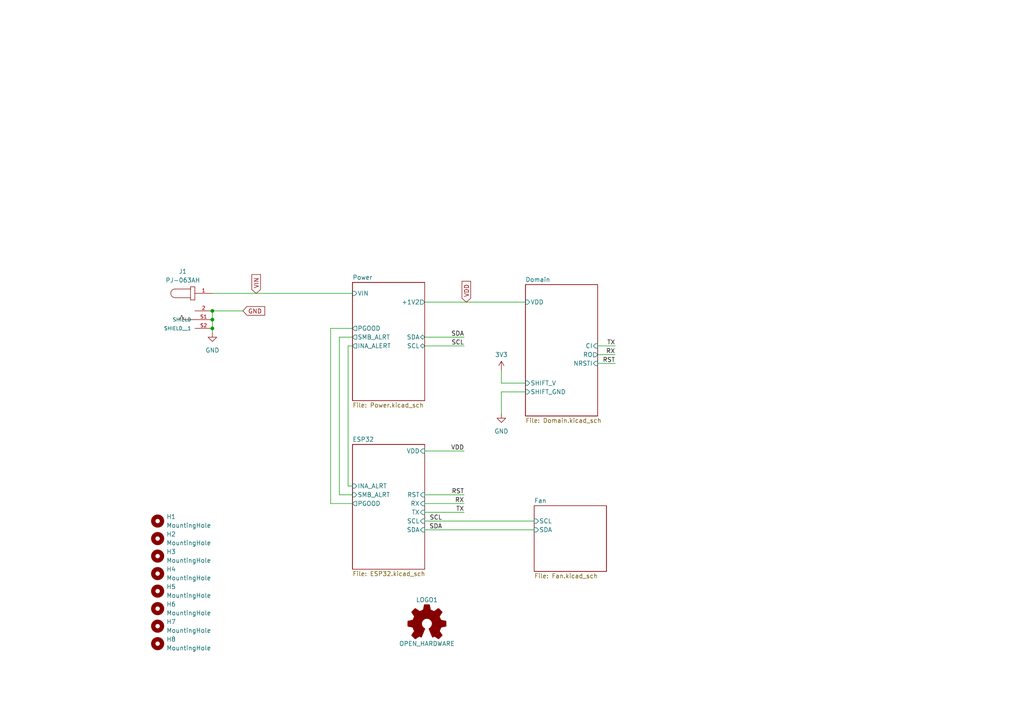
<source format=kicad_sch>
(kicad_sch (version 20231120) (generator "eeschema") (generator_version "8.0")
  (paper "A4")
  (title_block (title "BitForgeNano") (date "2024-06-21") (rev "1.0") (comment 1 "Licensed under CERN-OHL-W version 2"))
  (lib_symbols
    (symbol "+3V3_1" (power) (pin_numbers hide) (pin_names (offset 0) hide)
      (property "Value" "+3V3" (at 0 3.556 0))
      (symbol "+3V3_1_0_1"
        (polyline (pts (xy -0.762 1.27) (xy 0 2.54)))
        (polyline (pts (xy 0 0) (xy 0 2.54)))
        (polyline (pts (xy 0 2.54) (xy 0.762 1.27)))
      )
      (symbol "+3V3_1_1_1"
        (pin power_in line (at 0 0 90) (length 0) (name "~") (number "1"))
      )
    )
    (symbol "BitForgeNano:GND" (power) (pin_names (offset 0))
      (property "Value" "GND" (at 0 -3.81 0))
      (symbol "GND_0_1"
        (polyline (pts (xy 0 0) (xy 0 -1.27) (xy 1.27 -1.27) (xy 0 -2.54) (xy -1.27 -1.27) (xy 0 -1.27)))
      )
      (symbol "GND_1_1"
        (pin power_in line (at 0 0 270) (length 0) hide (name "GND") (number "1"))
      )
    )
    (symbol "BitForgeNano:Logo_Open_Hardware_Small" (in_bom no) (on_board no)
      (symbol "Logo_Open_Hardware_Small_0_1"
        (polyline (pts (xy 3.3528 -4.3434) (xy 3.302 -4.318) (xy 3.175 -4.2418) (xy 2.9972 -4.1148) (xy 2.7686 -3.9624) (xy 2.54 -3.81) (xy 2.3622 -3.7084) (xy 2.2352 -3.6068) (xy 2.1844 -3.5814) (xy 2.159 -3.6068) (xy 2.0574 -3.6576) (xy 1.905 -3.7338) (xy 1.8034 -3.7846) (xy 1.6764 -3.8354) (xy 1.6002 -3.8354) (xy 1.6002 -3.8354) (xy 1.5494 -3.7338) (xy 1.4732 -3.5306) (xy 1.3462 -3.302) (xy 1.2446 -3.0226) (xy 1.1176 -2.7178) (xy 0.9652 -2.413) (xy 0.8636 -2.1082) (xy 0.7366 -1.8288) (xy 0.6604 -1.6256) (xy 0.6096 -1.4732) (xy 0.5842 -1.397) (xy 0.5842 -1.397) (xy 0.6604 -1.3208) (xy 0.7874 -1.2446) (xy 1.0414 -1.016) (xy 1.2954 -0.6858) (xy 1.4478 -0.3302) (xy 1.524 0.0762) (xy 1.4732 0.4572) (xy 1.3208 0.8128) (xy 1.0668 1.143) (xy 0.762 1.3716) (xy 0.4064 1.524) (xy 0 1.5748) (xy -0.381 1.5494) (xy -0.7366 1.397) (xy -1.0668 1.143) (xy -1.2192 0.9906) (xy -1.397 0.6604) (xy -1.524 0.3048) (xy -1.524 0.2286) (xy -1.4986 -0.1778) (xy -1.397 -0.5334) (xy -1.1938 -0.8636) (xy -0.9144 -1.143) (xy -0.8636 -1.1684) (xy -0.7366 -1.27) (xy -0.635 -1.3462) (xy -0.5842 -1.397) (xy -1.0668 -2.5908) (xy -1.143 -2.794) (xy -1.2954 -3.1242) (xy -1.397 -3.4036) (xy -1.4986 -3.6322) (xy -1.5748 -3.7846) (xy -1.6002 -3.8354) (xy -1.6002 -3.8354) (xy -1.651 -3.8354) (xy -1.7272 -3.81) (xy -1.905 -3.7338) (xy -2.0066 -3.683) (xy -2.1336 -3.6068) (xy -2.2098 -3.5814) (xy -2.2606 -3.6068) (xy -2.3622 -3.683) (xy -2.54 -3.81) (xy -2.7686 -3.9624) (xy -2.9718 -4.0894) (xy -3.1496 -4.2164) (xy -3.302 -4.318) (xy -3.3528 -4.3434) (xy -3.3782 -4.3434) (xy -3.429 -4.318) (xy -3.5306 -4.2164) (xy -3.7084 -4.064) (xy -3.937 -3.8354) (xy -3.9624 -3.81) (xy -4.1656 -3.6068) (xy -4.318 -3.4544) (xy -4.4196 -3.3274) (xy -4.445 -3.2766) (xy -4.445 -3.2766) (xy -4.4196 -3.2258) (xy -4.318 -3.0734) (xy -4.2164 -2.8956) (xy -4.064 -2.667) (xy -3.6576 -2.0828) (xy -3.8862 -1.5494) (xy -3.937 -1.3716) (xy -4.0386 -1.1684) (xy -4.0894 -1.0414) (xy -4.1148 -0.9652) (xy -4.191 -0.9398) (xy -4.318 -0.9144) (xy -4.5466 -0.8636) (xy -4.8006 -0.8128) (xy -5.0546 -0.7874) (xy -5.2578 -0.7366) (xy -5.4356 -0.7112) (xy -5.5118 -0.6858) (xy -5.5118 -0.6858) (xy -5.5372 -0.635) (xy -5.5372 -0.5588) (xy -5.5372 -0.4318) (xy -5.5626 -0.2286) (xy -5.5626 0.0762) (xy -5.5626 0.127) (xy -5.5372 0.4064) (xy -5.5372 0.635) (xy -5.5372 0.762) (xy -5.5372 0.8382) (xy -5.5372 0.8382) (xy -5.461 0.8382) (xy -5.3086 0.889) (xy -5.08 0.9144) (xy -4.826 0.9652) (xy -4.8006 0.9906) (xy -4.5466 1.0414) (xy -4.318 1.0668) (xy -4.1656 1.1176) (xy -4.0894 1.143) (xy -4.0894 1.143) (xy -4.0386 1.2446) (xy -3.9624 1.4224) (xy -3.8608 1.6256) (xy -3.7846 1.8288) (xy -3.7084 2.0066) (xy -3.6576 2.159) (xy -3.6322 2.2098) (xy -3.6322 2.2098) (xy -3.683 2.286) (xy -3.7592 2.413) (xy -3.8862 2.5908) (xy -4.064 2.8194) (xy -4.064 2.8448) (xy -4.2164 3.0734) (xy -4.3434 3.2512) (xy -4.4196 3.3782) (xy -4.445 3.4544) (xy -4.445 3.4544) (xy -4.3942 3.5052) (xy -4.2926 3.6322) (xy -4.1148 3.81) (xy -3.937 4.0132) (xy -3.8608 4.064) (xy -3.6576 4.2926) (xy -3.5052 4.4196) (xy -3.4036 4.4958) (xy -3.3528 4.5212) (xy -3.3528 4.5212) (xy -3.302 4.4704) (xy -3.1496 4.3688) (xy -2.9718 4.2418) (xy -2.7432 4.0894) (xy -2.7178 4.0894) (xy -2.4892 3.937) (xy -2.3114 3.81) (xy -2.1844 3.7084) (xy -2.1336 3.683) (xy -2.1082 3.683) (xy -2.032 3.7084) (xy -1.8542 3.7592) (xy -1.6764 3.8354) (xy -1.4732 3.937) (xy -1.27 4.0132) (xy -1.143 4.064) (xy -1.0668 4.1148) (xy -1.0668 4.1148) (xy -1.0414 4.191) (xy -1.016 4.3434) (xy -0.9652 4.572) (xy -0.9144 4.8514) (xy -0.889 4.9022) (xy -0.8382 5.1562) (xy -0.8128 5.3848) (xy -0.7874 5.5372) (xy -0.762 5.588) (xy -0.7112 5.6134) (xy -0.5842 5.6134) (xy -0.4064 5.6134) (xy -0.1524 5.6134) (xy 0.0762 5.6134) (xy 0.3302 5.6134) (xy 0.5334 5.6134) (xy 0.6858 5.588) (xy 0.7366 5.588) (xy 0.7366 5.588) (xy 0.762 5.5118) (xy 0.8128 5.334) (xy 0.8382 5.1054) (xy 0.9144 4.826) (xy 0.9144 4.7752) (xy 0.9652 4.5212) (xy 1.016 4.2926) (xy 1.0414 4.1402) (xy 1.0668 4.0894) (xy 1.0668 4.0894) (xy 1.1938 4.0386) (xy 1.3716 3.9624) (xy 1.5748 3.8608) (xy 2.0828 3.6576) (xy 2.7178 4.0894) (xy 2.7686 4.1402) (xy 2.9972 4.2926) (xy 3.175 4.4196) (xy 3.302 4.4958) (xy 3.3782 4.5212) (xy 3.3782 4.5212) (xy 3.429 4.4704) (xy 3.556 4.3434) (xy 3.7338 4.191) (xy 3.9116 3.9878) (xy 4.064 3.8354) (xy 4.2418 3.6576) (xy 4.3434 3.556) (xy 4.4196 3.4798) (xy 4.4196 3.429) (xy 4.4196 3.4036) (xy 4.3942 3.3274) (xy 4.2926 3.2004) (xy 4.1656 2.9972) (xy 4.0132 2.794) (xy 3.8862 2.5908) (xy 3.7592 2.3876) (xy 3.6576 2.2352) (xy 3.6322 2.159) (xy 3.6322 2.1336) (xy 3.683 2.0066) (xy 3.7592 1.8288) (xy 3.8608 1.6002) (xy 4.064 1.1176) (xy 4.3942 1.0414) (xy 4.5974 1.016) (xy 4.8768 0.9652) (xy 5.1308 0.9144) (xy 5.5372 0.8382) (xy 5.5626 -0.6604) (xy 5.4864 -0.6858) (xy 5.4356 -0.6858) (xy 5.2832 -0.7366) (xy 5.0546 -0.762) (xy 4.8006 -0.8128) (xy 4.5974 -0.8636) (xy 4.3688 -0.9144) (xy 4.2164 -0.9398) (xy 4.1402 -0.9398) (xy 4.1148 -0.9652) (xy 4.064 -1.0668) (xy 3.9878 -1.2446) (xy 3.9116 -1.4478) (xy 3.81 -1.651) (xy 3.7338 -1.8542) (xy 3.683 -2.0066) (xy 3.6576 -2.0828) (xy 3.683 -2.1336) (xy 3.7846 -2.2606) (xy 3.8862 -2.4638) (xy 4.0386 -2.667) (xy 4.191 -2.8956) (xy 4.318 -3.0734) (xy 4.3942 -3.2004) (xy 4.445 -3.2766) (xy 4.4196 -3.3274) (xy 4.3434 -3.429) (xy 4.1656 -3.5814) (xy 3.937 -3.8354) (xy 3.8862 -3.8608) (xy 3.683 -4.064) (xy 3.5306 -4.2164) (xy 3.4036 -4.318) (xy 3.3528 -4.3434)) (fill (type outline)))
      )
    )
    (symbol "BitForgeNano:MountingHole" (pin_names (offset 1.016)) (exclude_from_sim yes) (in_bom no)
      (property "Reference" "H" (at 0 5.08 0))
      (property "Value" "MountingHole" (at 0 3.175 0))
      (symbol "MountingHole_0_1"
        (circle (center 0 0) (radius 1.27) (stroke (width 1.27)))
      )
    )
    (symbol "BitForgeNano:PJ-063AH" (pin_names (offset 1.016))
      (property "Reference" "J" (at -7.6276 5.0851 0))
      (property "Value" "PJ-063AH" (at -7.6313 -12.715 0))
      (symbol "PJ-063AH_0_0"
        (arc (start -5.715 3.81) (mid -6.9794 2.54) (end -5.715 1.27) (stroke (width 0.1524)))
        (polyline (pts (xy -5.715 3.81) (xy -1.27 3.81)) (stroke (width 0.1524)))
        (polyline (pts (xy -3.81 -3.81) (xy -4.445 -5.08)) (stroke (width 0.1524)))
        (polyline (pts (xy -3.175 -5.08) (xy -3.81 -3.81)) (stroke (width 0.1524)))
        (polyline (pts (xy -1.27 0.635) (xy 0 0.635)) (stroke (width 0.1524)))
        (polyline (pts (xy -1.27 1.27) (xy -5.715 1.27)) (stroke (width 0.1524)))
        (polyline (pts (xy -1.27 1.27) (xy -1.27 0.635)) (stroke (width 0.1524)))
        (polyline (pts (xy -1.27 3.81) (xy -1.27 1.27)) (stroke (width 0.1524)))
        (polyline (pts (xy -1.27 4.445) (xy -1.27 3.81)) (stroke (width 0.1524)))
        (polyline (pts (xy 0 -5.08) (xy -3.175 -5.08)) (stroke (width 0.1524)))
        (polyline (pts (xy 0 0.635) (xy 0 4.445)) (stroke (width 0.1524)))
        (polyline (pts (xy 0 4.445) (xy -1.27 4.445)) (stroke (width 0.1524)))
        (pin passive line (at 5.08 2.54 180) (length 5.08) (name "~") (number "1"))
        (pin passive line (at 5.08 -2.54 180) (length 5.08) (name "~") (number "2"))
        (pin power_in line (at 5.08 -5.08 180) (length 5.08) (name "SHIELD") (number "S1"))
        (pin power_in line (at 5.08 -7.62 180) (length 5.08) (name "SHIELD__1") (number "S2"))
      )
    )
  )
  (junction (at 61.595 92.71))
  (junction (at 61.595 90.17))
  (junction (at 61.595 95.25))
  (wire (pts (xy 61.595 85.09) (xy 102.235 85.09)))
  (wire (pts (xy 123.19 151.13) (xy 154.94 151.13)))
  (wire (pts (xy 98.425 97.79) (xy 98.425 143.51)))
  (wire (pts (xy 145.415 107.315) (xy 145.415 111.125)))
  (wire (pts (xy 102.235 95.25) (xy 95.885 95.25)))
  (wire (pts (xy 95.885 146.05) (xy 102.235 146.05)))
  (wire (pts (xy 61.595 95.25) (xy 61.595 96.52)))
  (wire (pts (xy 95.885 95.25) (xy 95.885 146.05)))
  (wire (pts (xy 152.4 113.665) (xy 145.415 113.665)))
  (wire (pts (xy 123.19 148.59) (xy 134.62 148.59)))
  (wire (pts (xy 145.415 113.665) (xy 145.415 120.015)))
  (wire (pts (xy 102.235 97.79) (xy 98.425 97.79)))
  (wire (pts (xy 123.19 146.05) (xy 134.62 146.05)))
  (wire (pts (xy 145.415 111.125) (xy 152.4 111.125)))
  (wire (pts (xy 61.595 90.17) (xy 70.485 90.17)))
  (wire (pts (xy 123.19 143.51) (xy 134.62 143.51)))
  (wire (pts (xy 123.19 153.67) (xy 154.94 153.67)))
  (wire (pts (xy 100.965 100.33) (xy 102.235 100.33)))
  (wire (pts (xy 61.595 92.71) (xy 61.595 95.25)))
  (wire (pts (xy 61.595 90.17) (xy 61.595 92.71)))
  (wire (pts (xy 173.355 100.33) (xy 178.435 100.33)))
  (wire (pts (xy 123.19 87.63) (xy 152.4 87.63)))
  (wire (pts (xy 102.235 140.97) (xy 100.965 140.97)))
  (wire (pts (xy 123.19 130.81) (xy 134.62 130.81)))
  (wire (pts (xy 173.355 102.87) (xy 178.435 102.87)))
  (wire (pts (xy 98.425 143.51) (xy 102.235 143.51)))
  (wire (pts (xy 123.19 97.79) (xy 134.62 97.79)))
  (wire (pts (xy 123.19 100.33) (xy 134.62 100.33)))
  (wire (pts (xy 173.355 105.41) (xy 178.435 105.41)))
  (wire (pts (xy 100.965 140.97) (xy 100.965 100.33)))
  (label "VDD" (at 134.62 130.81 180))
  (label "SDA" (at 134.62 97.79 180))
  (label "SCL" (at 134.62 100.33 180))
  (label "RST" (at 134.62 143.51 180))
  (label "RX" (at 178.435 102.87 180))
  (label "SCL" (at 128.27 151.13 180))
  (label "RX" (at 134.62 146.05 180))
  (label "SDA" (at 128.27 153.67 180))
  (label "TX" (at 178.435 100.33 180))
  (label "RST" (at 178.435 105.41 180))
  (label "TX" (at 134.62 148.59 180))
  (global_label "GND" (shape input) (at 70.485 90.17 0) (property "Intersheetrefs" "${INTERSHEET_REFS}" (effects (hide yes))))
  (global_label "VIN" (shape input) (at 74.295 85.09 90) (property "Intersheetrefs" "${INTERSHEET_REFS}" (effects (hide yes))))
  (global_label "VDD" (shape input) (at 135.255 87.63 90) (property "Intersheetrefs" "${INTERSHEET_REFS}" (effects (hide yes))))
  (symbol (lib_id "BitForgeNano:MountingHole") (at 45.72 151.13 0) (unit 1) (exclude_from_sim yes) (in_bom no)
    (property "Reference" "H1" (at 48.26 149.8599 0) (effects (justify left)))
    (property "Value" "MountingHole" (at 48.26 152.3999 0) (effects (justify left)))
    (property "Footprint" "BitForgeNano:MountingHole_3.2mm_M3_ISO14580" (effects (hide yes)))
    (property "Description" "Mounting Hole without connection" (effects (hide yes)))
  )
  (symbol (lib_id "BitForgeNano:GND") (at 61.595 96.52 0) (unit 1)
    (property "Reference" "#PWR06" (effects (hide yes)))
    (property "Value" "GND" (at 61.595 101.6 0))
    (property "Description" "Power symbol creates a global label with name \"GND\" , ground" (effects (hide yes)))
  )
  (symbol (lib_id "BitForgeNano:PJ-063AH") (at 56.515 87.63 0) (unit 1)
    (property "Reference" "J1" (at 53.0253 78.74 0))
    (property "Value" "PJ-063AH" (at 53.0253 81.28 0))
    (property "Footprint" "BitForgeNano:BarrelJack_CUI_PJ-063AH_Horizontal" (effects (hide yes)))
    (property "Description" "PJ-063AH" (effects (hide yes)))
    (property "PARTREV" "1.02" (effects (hide yes)))
    (property "MANUFACTURER" "CUI INC" (effects (hide yes)))
    (property "STANDARD" "Manufacturer recommendations" (effects (hide yes)))
    (property "DK" "CP-063AH-ND" (effects (hide yes)))
  )
  (symbol (lib_id "BitForgeNano:MountingHole") (at 45.72 156.21 0) (unit 1) (exclude_from_sim yes) (in_bom no)
    (property "Reference" "H2" (at 48.26 154.9399 0) (effects (justify left)))
    (property "Value" "MountingHole" (at 48.26 157.4799 0) (effects (justify left)))
    (property "Footprint" "BitForgeNano:MountingHole_3.2mm_M3_ISO14580" (effects (hide yes)))
    (property "Description" "Mounting Hole without connection" (effects (hide yes)))
  )
  (symbol (lib_name "+3V3_1") (lib_id "BitForgeNano:+3V3_1") (at 145.415 107.315 0) (unit 1)
    (property "Reference" "#PWR023" (effects (hide yes)))
    (property "Value" "3V3" (at 145.415 102.87 0))
    (property "Description" "Power symbol creates a global label with name \"+3V3\"" (effects (hide yes)))
  )
  (symbol (lib_id "BitForgeNano:MountingHole") (at 45.72 171.45 0) (unit 1) (exclude_from_sim yes) (in_bom no)
    (property "Reference" "H5" (at 48.26 170.1799 0) (effects (justify left)))
    (property "Value" "MountingHole" (at 48.26 172.7199 0) (effects (justify left)))
    (property "Footprint" "BitForgeNano:MountingHole_3.2mm_M3_ISO14580" (effects (hide yes)))
    (property "Description" "Mounting Hole without connection" (effects (hide yes)))
  )
  (symbol (lib_id "BitForgeNano:MountingHole") (at 45.72 181.61 0) (unit 1) (exclude_from_sim yes) (in_bom no)
    (property "Reference" "H7" (at 48.26 180.3399 0) (effects (justify left)))
    (property "Value" "MountingHole" (at 48.26 182.8799 0) (effects (justify left)))
    (property "Footprint" "BitForgeNano:MountingHole_3.2mm_M3_ISO14580" (effects (hide yes)))
    (property "Description" "Mounting Hole without connection" (effects (hide yes)))
  )
  (symbol (lib_id "BitForgeNano:MountingHole") (at 45.72 186.69 0) (unit 1) (exclude_from_sim yes) (in_bom no)
    (property "Reference" "H8" (at 48.26 185.4199 0) (effects (justify left)))
    (property "Value" "MountingHole" (at 48.26 187.9599 0) (effects (justify left)))
    (property "Footprint" "BitForgeNano:MountingHole_3.2mm_M3_ISO14580" (effects (hide yes)))
    (property "Description" "Mounting Hole without connection" (effects (hide yes)))
  )
  (symbol (lib_id "BitForgeNano:Logo_Open_Hardware_Small") (at 123.825 180.975 0) (unit 1)
    (property "Reference" "LOGO1" (at 123.825 173.99 0))
    (property "Value" "OPEN_HARDWARE" (at 123.825 186.69 0))
    (property "Footprint" "BitForgeNano:OSHW-Logo_5.7x6mm_SilkScreen" (effects (hide yes)))
    (property "Config" "+info" (effects (hide yes)))
  )
  (symbol (lib_id "BitForgeNano:GND") (at 145.415 120.015 0) (unit 1)
    (property "Reference" "#PWR060" (effects (hide yes)))
    (property "Value" "GND" (at 145.415 125.095 0))
    (property "Description" "Power symbol creates a global label with name \"GND\" , ground" (effects (hide yes)))
  )
  (symbol (lib_id "BitForgeNano:MountingHole") (at 45.72 161.29 0) (unit 1) (exclude_from_sim yes) (in_bom no)
    (property "Reference" "H3" (at 48.26 160.0199 0) (effects (justify left)))
    (property "Value" "MountingHole" (at 48.26 162.5599 0) (effects (justify left)))
    (property "Footprint" "BitForgeNano:MountingHole_3.2mm_M3_ISO14580" (effects (hide yes)))
    (property "Description" "Mounting Hole without connection" (effects (hide yes)))
  )
  (symbol (lib_id "BitForgeNano:MountingHole") (at 45.72 166.37 0) (unit 1) (exclude_from_sim yes) (in_bom no)
    (property "Reference" "H4" (at 48.26 165.0999 0) (effects (justify left)))
    (property "Value" "MountingHole" (at 48.26 167.6399 0) (effects (justify left)))
    (property "Footprint" "BitForgeNano:MountingHole_3.2mm_M3_ISO14580" (effects (hide yes)))
    (property "Description" "Mounting Hole without connection" (effects (hide yes)))
  )
  (symbol (lib_id "BitForgeNano:MountingHole") (at 45.72 176.53 0) (unit 1) (exclude_from_sim yes) (in_bom no)
    (property "Reference" "H6" (at 48.26 175.2599 0) (effects (justify left)))
    (property "Value" "MountingHole" (at 48.26 177.7999 0) (effects (justify left)))
    (property "Footprint" "BitForgeNano:MountingHole_3.2mm_M3_ISO14580" (effects (hide yes)))
    (property "Description" "Mounting Hole without connection" (effects (hide yes)))
  )
  (sheet (at 154.94 146.685) (size 20.955 19.05) (stroke (width 0.1524))
    (property "Sheetname" "Fan" (at 154.94 145.9734 0) (effects (justify left bottom)))
    (property "Sheetfile" "Fan.kicad_sch" (at 154.94 166.3196 0) (effects (justify left top)))
    (pin "SCL" input (at 154.94 151.13 180))
    (pin "SDA" input (at 154.94 153.67 180))
  )
  (sheet (at 102.235 81.915) (size 20.955 34.29) (stroke (width 0.1524))
    (property "Sheetname" "Power" (at 102.235 81.2034 0) (effects (justify left bottom)))
    (property "Sheetfile" "Power.kicad_sch" (at 102.235 116.7896 0) (effects (justify left top)))
    (pin "VIN" input (at 102.235 85.09 180))
    (pin "PGOOD" output (at 102.235 95.25 180))
    (pin "+1V2" output (at 123.19 87.63 0))
    (pin "INA_ALERT" output (at 102.235 100.33 180))
    (pin "SDA" bidirectional (at 123.19 97.79 0))
    (pin "SCL" bidirectional (at 123.19 100.33 0))
    (pin "SMB_ALRT" output (at 102.235 97.79 180))
  )
  (sheet (at 152.4 82.55) (size 20.955 38.1) (stroke (width 0.1524))
    (property "Sheetname" "Domain" (at 152.4 81.8384 0) (effects (justify left bottom)))
    (property "Sheetfile" "Domain.kicad_sch" (at 152.4 121.2346 0) (effects (justify left top)))
    (pin "VDD" input (at 152.4 87.63 180))
    (pin "SHIFT_GND" input (at 152.4 113.665 180))
    (pin "RO" output (at 173.355 102.87 0))
    (pin "CI" input (at 173.355 100.33 0))
    (pin "NRSTI" input (at 173.355 105.41 0))
    (pin "SHIFT_V" input (at 152.4 111.125 180))
  )
  (sheet (at 102.235 128.905) (size 20.955 36.195) (stroke (width 0.1524))
    (property "Sheetname" "ESP32" (at 102.235 128.1934 0) (effects (justify left bottom)))
    (property "Sheetfile" "ESP32.kicad_sch" (at 102.235 165.6846 0) (effects (justify left top)))
    (pin "PGOOD" output (at 102.235 146.05 180))
    (pin "RX" input (at 123.19 146.05 0))
    (pin "TX" input (at 123.19 148.59 0))
    (pin "RST" input (at 123.19 143.51 0))
    (pin "SCL" input (at 123.19 151.13 0))
    (pin "SDA" input (at 123.19 153.67 0))
    (pin "VDD" input (at 123.19 130.81 0))
    (pin "SMB_ALRT" input (at 102.235 143.51 180))
    (pin "INA_ALRT" input (at 102.235 140.97 180))
  )
)
</source>
